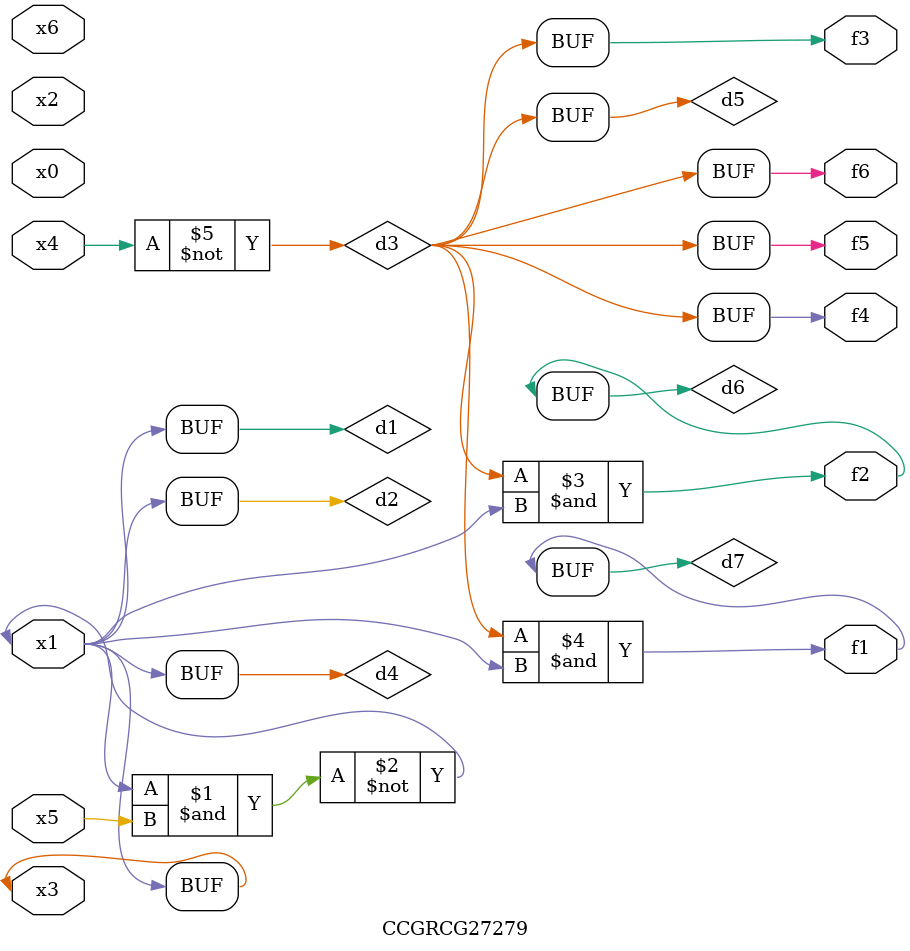
<source format=v>
module CCGRCG27279(
	input x0, x1, x2, x3, x4, x5, x6,
	output f1, f2, f3, f4, f5, f6
);

	wire d1, d2, d3, d4, d5, d6, d7;

	buf (d1, x1, x3);
	nand (d2, x1, x5);
	not (d3, x4);
	buf (d4, d1, d2);
	buf (d5, d3);
	and (d6, d3, d4);
	and (d7, d3, d4);
	assign f1 = d7;
	assign f2 = d6;
	assign f3 = d5;
	assign f4 = d5;
	assign f5 = d5;
	assign f6 = d5;
endmodule

</source>
